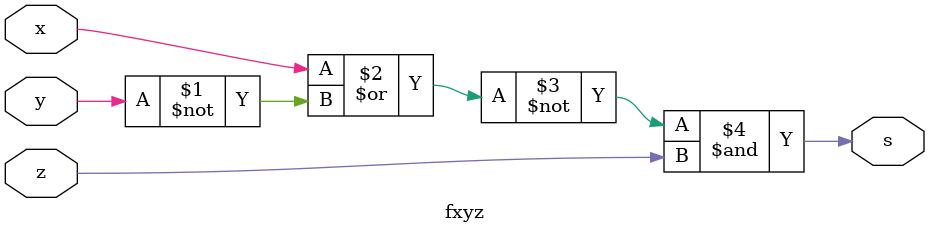
<source format=v>
module fxyz (output s,
input x, y, z);
assign s = ~(x | ~y) & z;
endmodule // fxyz

</source>
